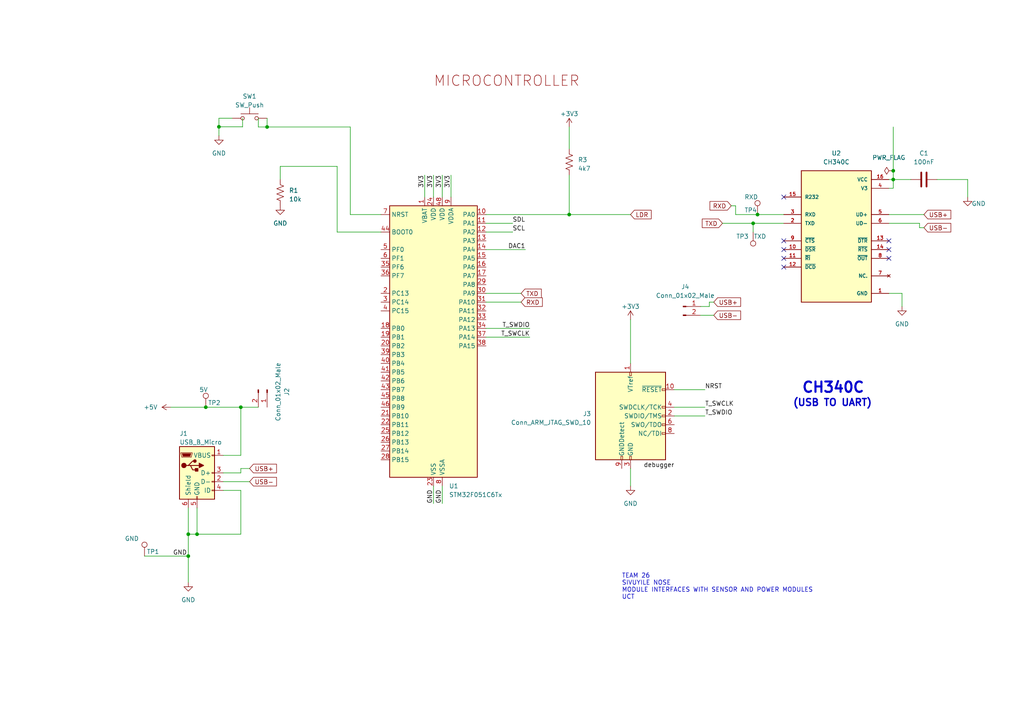
<source format=kicad_sch>
(kicad_sch (version 20230121) (generator eeschema)
  (paper "A4")
  (lib_symbols
    (symbol "CH340C:CH340C" (pin_names (offset 1.016))
      (property "Reference" "U" (at -10.16 20.955 0))
      (property "Value" "CH340C" (at -10.16 -20.32 0))
      (symbol "CH340C_0_0"
        (rectangle (start -10.16 -17.78) (end 10.16 20.32) (stroke (width 0.254)) (fill (type background)))
        (pin power_in line (at 15.24 -15.24 180) (length 5.08) (name "GND") (number "1"))
        (pin input line (at -15.24 -2.54 0) (length 5.08) (name "~{DSR}") (number "10"))
        (pin input line (at -15.24 -5.08 0) (length 5.08) (name "~{RI}") (number "11"))
        (pin input line (at -15.24 -7.62 0) (length 5.08) (name "~{DCD}") (number "12"))
        (pin output line (at 15.24 0 180) (length 5.08) (name "~{DTR}") (number "13"))
        (pin output line (at 15.24 -2.54 180) (length 5.08) (name "~{RTS}") (number "14"))
        (pin input line (at -15.24 12.7 0) (length 5.08) (name "R232") (number "15"))
        (pin power_in line (at 15.24 17.78 180) (length 5.08) (name "VCC") (number "16"))
        (pin output line (at -15.24 5.08 0) (length 5.08) (name "TXD") (number "2"))
        (pin input line (at -15.24 7.62 0) (length 5.08) (name "RXD") (number "3"))
        (pin power_in line (at 15.24 15.24 180) (length 5.08) (name "V3") (number "4"))
        (pin bidirectional line (at 15.24 7.62 180) (length 5.08) (name "UD+") (number "5"))
        (pin bidirectional line (at 15.24 5.08 180) (length 5.08) (name "UD-") (number "6"))
        (pin no_connect line (at 15.24 -10.16 180) (length 5.08) (name "NC.") (number "7"))
        (pin output line (at 15.24 -5.08 180) (length 5.08) (name "~{OUT}") (number "8"))
        (pin input line (at -15.24 0 0) (length 5.08) (name "~{CTS}") (number "9"))
      )
    )
    (symbol "Connector:Conn_01x02_Male" (pin_names (offset 1.016) hide)
      (property "Reference" "J" (at 0 2.54 0))
      (property "Value" "Conn_01x02_Male" (at 0 -5.08 0))
      (symbol "Conn_01x02_Male_1_1"
        (polyline (pts (xy 1.27 -2.54) (xy 0.8636 -2.54)) (stroke (width 0.1524)))
        (polyline (pts (xy 1.27 0) (xy 0.8636 0)) (stroke (width 0.1524)))
        (rectangle (start 0.8636 -2.413) (end 0 -2.667) (stroke (width 0.1524)) (fill (type outline)))
        (rectangle (start 0.8636 0.127) (end 0 -0.127) (stroke (width 0.1524)) (fill (type outline)))
        (pin passive line (at 5.08 0 180) (length 3.81) (name "Pin_1") (number "1"))
        (pin passive line (at 5.08 -2.54 180) (length 3.81) (name "Pin_2") (number "2"))
      )
    )
    (symbol "Connector:Conn_ARM_JTAG_SWD_10" (pin_names (offset 1.016))
      (property "Reference" "J" (at -2.54 16.51 0))
      (property "Value" "Conn_ARM_JTAG_SWD_10" (at -2.54 13.97 0))
      (symbol "Conn_ARM_JTAG_SWD_10_0_1"
        (rectangle (start -10.16 12.7) (end 10.16 -12.7) (stroke (width 0.254)) (fill (type background)))
        (rectangle (start -2.794 -12.7) (end -2.286 -11.684))
        (rectangle (start -0.254 -12.7) (end 0.254 -11.684))
        (rectangle (start -0.254 12.7) (end 0.254 11.684))
        (rectangle (start 9.144 2.286) (end 10.16 2.794))
        (rectangle (start 10.16 -2.794) (end 9.144 -2.286))
        (rectangle (start 10.16 -0.254) (end 9.144 0.254))
        (rectangle (start 10.16 7.874) (end 9.144 7.366))
      )
      (symbol "Conn_ARM_JTAG_SWD_10_1_1"
        (rectangle (start 9.144 -5.334) (end 10.16 -4.826))
        (pin power_in line (at 0 15.24 270) (length 2.54) (name "VTref") (number "1"))
        (pin open_collector line (at 12.7 7.62 180) (length 2.54) (name "~{RESET}") (number "10"))
        (pin bidirectional line (at 12.7 0 180) (length 2.54) (name "SWDIO/TMS") (number "2"))
        (pin power_in line (at 0 -15.24 90) (length 2.54) (name "GND") (number "3"))
        (pin output line (at 12.7 2.54 180) (length 2.54) (name "SWDCLK/TCK") (number "4"))
        (pin passive line (at 0 -15.24 90) (length 2.54) hide (name "GND") (number "5"))
        (pin input line (at 12.7 -2.54 180) (length 2.54) (name "SWO/TDO") (number "6"))
        (pin no_connect line (at -10.16 0 0) (length 2.54) hide (name "KEY") (number "7"))
        (pin output line (at 12.7 -5.08 180) (length 2.54) (name "NC/TDI") (number "8"))
        (pin passive line (at -2.54 -15.24 90) (length 2.54) (name "GNDDetect") (number "9"))
      )
    )
    (symbol "Connector:TestPoint" (pin_numbers hide) (pin_names (offset 0.762) hide)
      (property "Reference" "TP" (at 0 6.858 0))
      (property "Value" "TestPoint" (at 0 5.08 0))
      (symbol "TestPoint_0_1"
        (circle (center 0 3.302) (radius 0.762))
      )
      (symbol "TestPoint_1_1"
        (pin passive line (at 0 0 90) (length 2.54) (name "1") (number "1"))
      )
    )
    (symbol "Connector:USB_B_Micro" (pin_names (offset 1.016))
      (property "Reference" "J" (at -5.08 11.43 0))
      (property "Value" "USB_B_Micro" (at -5.08 8.89 0))
      (symbol "USB_B_Micro_0_1"
        (rectangle (start -5.08 -7.62) (end 5.08 7.62) (stroke (width 0.254)) (fill (type background)))
        (circle (center -3.81 2.159) (radius 0.635) (stroke (width 0.254)) (fill (type outline)))
        (circle (center -0.635 3.429) (radius 0.381) (stroke (width 0.254)) (fill (type outline)))
        (rectangle (start -0.127 -7.62) (end 0.127 -6.858))
        (polyline (pts (xy -1.905 2.159) (xy 0.635 2.159)) (stroke (width 0.254)))
        (polyline (pts (xy -3.175 2.159) (xy -2.54 2.159) (xy -1.27 3.429) (xy -0.635 3.429)) (stroke (width 0.254)))
        (polyline (pts (xy -2.54 2.159) (xy -1.905 2.159) (xy -1.27 0.889) (xy 0 0.889)) (stroke (width 0.254)))
        (polyline (pts (xy 0.635 2.794) (xy 0.635 1.524) (xy 1.905 2.159) (xy 0.635 2.794)) (stroke (width 0.254)) (fill (type outline)))
        (polyline (pts (xy -4.318 5.588) (xy -1.778 5.588) (xy -2.032 4.826) (xy -4.064 4.826) (xy -4.318 5.588)) (fill (type outline)))
        (polyline (pts (xy -4.699 5.842) (xy -4.699 5.588) (xy -4.445 4.826) (xy -4.445 4.572) (xy -1.651 4.572) (xy -1.651 4.826) (xy -1.397 5.588) (xy -1.397 5.842) (xy -4.699 5.842)))
        (rectangle (start 0.254 1.27) (end -0.508 0.508) (stroke (width 0.254)) (fill (type outline)))
        (rectangle (start 5.08 -5.207) (end 4.318 -4.953))
        (rectangle (start 5.08 -2.667) (end 4.318 -2.413))
        (rectangle (start 5.08 -0.127) (end 4.318 0.127))
        (rectangle (start 5.08 4.953) (end 4.318 5.207))
      )
      (symbol "USB_B_Micro_1_1"
        (pin power_out line (at 7.62 5.08 180) (length 2.54) (name "VBUS") (number "1"))
        (pin bidirectional line (at 7.62 -2.54 180) (length 2.54) (name "D-") (number "2"))
        (pin bidirectional line (at 7.62 0 180) (length 2.54) (name "D+") (number "3"))
        (pin passive line (at 7.62 -5.08 180) (length 2.54) (name "ID") (number "4"))
        (pin power_out line (at 0 -10.16 90) (length 2.54) (name "GND") (number "5"))
        (pin passive line (at -2.54 -10.16 90) (length 2.54) (name "Shield") (number "6"))
      )
    )
    (symbol "Device:C" (pin_numbers hide) (pin_names (offset 0.254))
      (property "Reference" "C" (at 0.635 2.54 0))
      (property "Value" "C" (at 0.635 -2.54 0))
      (symbol "C_0_1"
        (polyline (pts (xy -2.032 -0.762) (xy 2.032 -0.762)) (stroke (width 0.508)))
        (polyline (pts (xy -2.032 0.762) (xy 2.032 0.762)) (stroke (width 0.508)))
      )
      (symbol "C_1_1"
        (pin passive line (at 0 3.81 270) (length 2.794) (name "~") (number "1"))
        (pin passive line (at 0 -3.81 90) (length 2.794) (name "~") (number "2"))
      )
    )
    (symbol "Device:R_US" (pin_numbers hide) (pin_names (offset 0))
      (property "Reference" "R" (at 2.54 0 90))
      (property "Value" "R_US" (at -2.54 0 90))
      (symbol "R_US_0_1"
        (polyline (pts (xy 0 -2.286) (xy 0 -2.54)))
        (polyline (pts (xy 0 2.286) (xy 0 2.54)))
        (polyline (pts (xy 0 -0.762) (xy 1.016 -1.143) (xy 0 -1.524) (xy -1.016 -1.905) (xy 0 -2.286)))
        (polyline (pts (xy 0 0.762) (xy 1.016 0.381) (xy 0 0) (xy -1.016 -0.381) (xy 0 -0.762)))
        (polyline (pts (xy 0 2.286) (xy 1.016 1.905) (xy 0 1.524) (xy -1.016 1.143) (xy 0 0.762)))
      )
      (symbol "R_US_1_1"
        (pin passive line (at 0 3.81 270) (length 1.27) (name "~") (number "1"))
        (pin passive line (at 0 -3.81 90) (length 1.27) (name "~") (number "2"))
      )
    )
    (symbol "MCU_ST_STM32F0:STM32F051C6Tx"
      (property "Reference" "U" (at -12.7 41.91 0))
      (property "Value" "STM32F051C6Tx" (at 7.62 41.91 0))
      (symbol "STM32F051C6Tx_0_1"
        (rectangle (start -12.7 -38.1) (end 12.7 40.64) (stroke (width 0.254)) (fill (type background)))
      )
      (symbol "STM32F051C6Tx_1_1"
        (pin power_in line (at -2.54 43.18 270) (length 2.54) (name "VBAT") (number "1"))
        (pin bidirectional line (at 15.24 38.1 180) (length 2.54) (name "PA0") (number "10"))
        (pin bidirectional line (at 15.24 35.56 180) (length 2.54) (name "PA1") (number "11"))
        (pin bidirectional line (at 15.24 33.02 180) (length 2.54) (name "PA2") (number "12"))
        (pin bidirectional line (at 15.24 30.48 180) (length 2.54) (name "PA3") (number "13"))
        (pin bidirectional line (at 15.24 27.94 180) (length 2.54) (name "PA4") (number "14"))
        (pin bidirectional line (at 15.24 25.4 180) (length 2.54) (name "PA5") (number "15"))
        (pin bidirectional line (at 15.24 22.86 180) (length 2.54) (name "PA6") (number "16"))
        (pin bidirectional line (at 15.24 20.32 180) (length 2.54) (name "PA7") (number "17"))
        (pin bidirectional line (at -15.24 5.08 0) (length 2.54) (name "PB0") (number "18"))
        (pin bidirectional line (at -15.24 2.54 0) (length 2.54) (name "PB1") (number "19"))
        (pin bidirectional line (at -15.24 15.24 0) (length 2.54) (name "PC13") (number "2"))
        (pin bidirectional line (at -15.24 0 0) (length 2.54) (name "PB2") (number "20"))
        (pin bidirectional line (at -15.24 -20.32 0) (length 2.54) (name "PB10") (number "21"))
        (pin bidirectional line (at -15.24 -22.86 0) (length 2.54) (name "PB11") (number "22"))
        (pin power_in line (at 0 -40.64 90) (length 2.54) (name "VSS") (number "23"))
        (pin power_in line (at 0 43.18 270) (length 2.54) (name "VDD") (number "24"))
        (pin bidirectional line (at -15.24 -25.4 0) (length 2.54) (name "PB12") (number "25"))
        (pin bidirectional line (at -15.24 -27.94 0) (length 2.54) (name "PB13") (number "26"))
        (pin bidirectional line (at -15.24 -30.48 0) (length 2.54) (name "PB14") (number "27"))
        (pin bidirectional line (at -15.24 -33.02 0) (length 2.54) (name "PB15") (number "28"))
        (pin bidirectional line (at 15.24 17.78 180) (length 2.54) (name "PA8") (number "29"))
        (pin bidirectional line (at -15.24 12.7 0) (length 2.54) (name "PC14") (number "3"))
        (pin bidirectional line (at 15.24 15.24 180) (length 2.54) (name "PA9") (number "30"))
        (pin bidirectional line (at 15.24 12.7 180) (length 2.54) (name "PA10") (number "31"))
        (pin bidirectional line (at 15.24 10.16 180) (length 2.54) (name "PA11") (number "32"))
        (pin bidirectional line (at 15.24 7.62 180) (length 2.54) (name "PA12") (number "33"))
        (pin bidirectional line (at 15.24 5.08 180) (length 2.54) (name "PA13") (number "34"))
        (pin bidirectional line (at -15.24 22.86 0) (length 2.54) (name "PF6") (number "35"))
        (pin bidirectional line (at -15.24 20.32 0) (length 2.54) (name "PF7") (number "36"))
        (pin bidirectional line (at 15.24 2.54 180) (length 2.54) (name "PA14") (number "37"))
        (pin bidirectional line (at 15.24 0 180) (length 2.54) (name "PA15") (number "38"))
        (pin bidirectional line (at -15.24 -2.54 0) (length 2.54) (name "PB3") (number "39"))
        (pin bidirectional line (at -15.24 10.16 0) (length 2.54) (name "PC15") (number "4"))
        (pin bidirectional line (at -15.24 -5.08 0) (length 2.54) (name "PB4") (number "40"))
        (pin bidirectional line (at -15.24 -7.62 0) (length 2.54) (name "PB5") (number "41"))
        (pin bidirectional line (at -15.24 -10.16 0) (length 2.54) (name "PB6") (number "42"))
        (pin bidirectional line (at -15.24 -12.7 0) (length 2.54) (name "PB7") (number "43"))
        (pin input line (at -15.24 33.02 0) (length 2.54) (name "BOOT0") (number "44"))
        (pin bidirectional line (at -15.24 -15.24 0) (length 2.54) (name "PB8") (number "45"))
        (pin bidirectional line (at -15.24 -17.78 0) (length 2.54) (name "PB9") (number "46"))
        (pin passive line (at 0 -40.64 90) (length 2.54) hide (name "VSS") (number "47"))
        (pin power_in line (at 2.54 43.18 270) (length 2.54) (name "VDD") (number "48"))
        (pin bidirectional line (at -15.24 27.94 0) (length 2.54) (name "PF0") (number "5"))
        (pin bidirectional line (at -15.24 25.4 0) (length 2.54) (name "PF1") (number "6"))
        (pin input line (at -15.24 38.1 0) (length 2.54) (name "NRST") (number "7"))
        (pin power_in line (at 2.54 -40.64 90) (length 2.54) (name "VSSA") (number "8"))
        (pin power_in line (at 5.08 43.18 270) (length 2.54) (name "VDDA") (number "9"))
      )
    )
    (symbol "Switch:SW_Push" (pin_numbers hide) (pin_names (offset 1.016) hide)
      (property "Reference" "SW" (at 1.27 2.54 0))
      (property "Value" "SW_Push" (at 0 -1.524 0))
      (symbol "SW_Push_0_1"
        (circle (center -2.032 0) (radius 0.508))
        (polyline (pts (xy 0 1.27) (xy 0 3.048)))
        (polyline (pts (xy 2.54 1.27) (xy -2.54 1.27)))
        (circle (center 2.032 0) (radius 0.508))
        (pin passive line (at -5.08 0 0) (length 2.54) (name "1") (number "1"))
        (pin passive line (at 5.08 0 180) (length 2.54) (name "2") (number "2"))
      )
    )
    (symbol "power:+3V3" (power) (pin_names (offset 0))
      (property "Value" "+3V3" (at 0 3.556 0))
      (symbol "+3V3_0_1"
        (polyline (pts (xy -0.762 1.27) (xy 0 2.54)))
        (polyline (pts (xy 0 0) (xy 0 2.54)))
        (polyline (pts (xy 0 2.54) (xy 0.762 1.27)))
      )
      (symbol "+3V3_1_1"
        (pin power_in line (at 0 0 90) (length 0) hide (name "+3V3") (number "1"))
      )
    )
    (symbol "power:+5V" (power) (pin_names (offset 0))
      (property "Value" "+5V" (at 0 3.556 0))
      (symbol "+5V_0_1"
        (polyline (pts (xy -0.762 1.27) (xy 0 2.54)))
        (polyline (pts (xy 0 0) (xy 0 2.54)))
        (polyline (pts (xy 0 2.54) (xy 0.762 1.27)))
      )
      (symbol "+5V_1_1"
        (pin power_in line (at 0 0 90) (length 0) hide (name "+5V") (number "1"))
      )
    )
    (symbol "power:GND" (power) (pin_names (offset 0))
      (property "Value" "GND" (at 0 -3.81 0))
      (symbol "GND_0_1"
        (polyline (pts (xy 0 0) (xy 0 -1.27) (xy 1.27 -1.27) (xy 0 -2.54) (xy -1.27 -1.27) (xy 0 -1.27)))
      )
      (symbol "GND_1_1"
        (pin power_in line (at 0 0 270) (length 0) hide (name "GND") (number "1"))
      )
    )
    (symbol "power:PWR_FLAG" (power) (pin_numbers hide) (pin_names (offset 0) hide)
      (property "Value" "PWR_FLAG" (at 0 3.81 0))
      (symbol "PWR_FLAG_0_0"
        (pin power_out line (at 0 0 90) (length 0) (name "pwr") (number "1"))
      )
      (symbol "PWR_FLAG_0_1"
        (polyline (pts (xy 0 0) (xy 0 1.27) (xy -1.016 1.905) (xy 0 2.54) (xy 1.016 1.905) (xy 0 1.27)))
      )
    )
  )
  (junction (at 219.71 62.23))
  (junction (at 259.08 52.07))
  (junction (at 218.44 64.77))
  (junction (at 57.15 154.94))
  (junction (at 54.61 161.29))
  (junction (at 59.69 118.11))
  (junction (at 165.1 62.23))
  (junction (at 63.5 36.7792))
  (junction (at 69.85 118.11))
  (junction (at 259.08 49.53))
  (junction (at 54.61 154.94))
  (junction (at 77.47 36.83))
  (no_connect (at 227.33 77.47))
  (no_connect (at 227.33 57.15))
  (no_connect (at 257.81 74.93))
  (no_connect (at 227.33 69.85))
  (no_connect (at 257.81 72.39))
  (no_connect (at 227.33 74.93))
  (no_connect (at 227.33 72.39))
  (no_connect (at 257.81 69.85))
  (wire (pts (xy 140.97 97.79) (xy 153.67 97.79)))
  (wire (pts (xy 213.36 62.23) (xy 213.36 59.69)))
  (wire (pts (xy 205.74 87.63) (xy 205.74 88.9)))
  (wire (pts (xy 70.358 34.2392) (xy 70.358 36.6776)))
  (wire (pts (xy 148.6408 64.7192) (xy 148.6408 64.77)))
  (wire (pts (xy 259.08 52.07) (xy 264.16 52.07)))
  (wire (pts (xy 101.6 62.23) (xy 101.6 36.83)))
  (wire (pts (xy 69.85 142.24) (xy 69.85 154.94)))
  (wire (pts (xy 257.81 85.09) (xy 261.62 85.09)))
  (wire (pts (xy 59.69 118.11) (xy 69.85 118.11)))
  (wire (pts (xy 130.81 50.8) (xy 130.81 57.15)))
  (wire (pts (xy 148.6408 67.2592) (xy 148.6408 67.31)))
  (wire (pts (xy 128.27 140.97) (xy 128.27 146.05)))
  (wire (pts (xy 140.97 95.25) (xy 153.67 95.25)))
  (wire (pts (xy 195.58 120.65) (xy 204.47 120.65)))
  (wire (pts (xy 49.53 118.11) (xy 59.69 118.11)))
  (wire (pts (xy 219.71 62.23) (xy 213.36 62.23)))
  (wire (pts (xy 110.49 62.23) (xy 101.6 62.23)))
  (wire (pts (xy 140.97 64.77) (xy 148.6408 64.77)))
  (wire (pts (xy 64.77 137.16) (xy 69.85 137.16)))
  (wire (pts (xy 69.85 154.94) (xy 57.15 154.94)))
  (wire (pts (xy 280.67 52.07) (xy 280.67 57.15)))
  (wire (pts (xy 74.93 34.29) (xy 74.93 36.83)))
  (wire (pts (xy 64.77 132.08) (xy 69.85 132.08)))
  (wire (pts (xy 54.61 154.94) (xy 54.61 161.29)))
  (wire (pts (xy 70.358 36.7792) (xy 63.5 36.7792)))
  (wire (pts (xy 182.88 92.71) (xy 182.88 105.41)))
  (wire (pts (xy 195.58 118.11) (xy 204.47 118.11)))
  (wire (pts (xy 41.91 161.29) (xy 54.61 161.29)))
  (wire (pts (xy 182.88 135.89) (xy 182.88 140.97)))
  (wire (pts (xy 140.97 72.39) (xy 152.4 72.39)))
  (wire (pts (xy 261.62 85.09) (xy 261.62 88.9)))
  (wire (pts (xy 207.01 91.44) (xy 203.2 91.44)))
  (wire (pts (xy 70.358 36.7792) (xy 70.358 36.83)))
  (wire (pts (xy 77.47 36.83) (xy 101.6 36.83)))
  (wire (pts (xy 63.5 34.29) (xy 63.5 36.7792)))
  (wire (pts (xy 266.7 66.04) (xy 267.97 66.04)))
  (wire (pts (xy 54.61 161.29) (xy 54.61 168.91)))
  (wire (pts (xy 140.97 87.63) (xy 151.13 87.63)))
  (wire (pts (xy 165.1 62.23) (xy 182.88 62.23)))
  (wire (pts (xy 125.73 140.97) (xy 125.73 146.05)))
  (wire (pts (xy 205.74 88.9) (xy 203.2 88.9)))
  (wire (pts (xy 165.1 50.8) (xy 165.1 62.23)))
  (wire (pts (xy 209.55 64.77) (xy 218.44 64.77)))
  (wire (pts (xy 125.73 50.8) (xy 125.73 57.15)))
  (wire (pts (xy 67.31 34.29) (xy 63.5 34.29)))
  (wire (pts (xy 259.08 36.83) (xy 259.08 49.53)))
  (wire (pts (xy 97.79 48.26) (xy 81.28 48.26)))
  (wire (pts (xy 140.97 67.31) (xy 148.6408 67.31)))
  (wire (pts (xy 63.5 36.7792) (xy 63.5 39.37)))
  (wire (pts (xy 207.01 87.63) (xy 205.74 87.63)))
  (wire (pts (xy 259.08 52.07) (xy 259.08 54.61)))
  (wire (pts (xy 257.81 64.77) (xy 266.7 64.77)))
  (wire (pts (xy 64.77 139.7) (xy 72.39 139.7)))
  (wire (pts (xy 227.33 62.23) (xy 219.71 62.23)))
  (wire (pts (xy 69.85 137.16) (xy 69.85 135.89)))
  (wire (pts (xy 57.15 154.94) (xy 54.61 154.94)))
  (wire (pts (xy 74.93 36.83) (xy 77.47 36.83)))
  (wire (pts (xy 69.85 135.89) (xy 72.39 135.89)))
  (wire (pts (xy 218.44 64.77) (xy 218.44 67.31)))
  (wire (pts (xy 81.28 48.26) (xy 81.28 52.07)))
  (wire (pts (xy 259.08 52.07) (xy 259.08 49.53)))
  (wire (pts (xy 69.85 118.11) (xy 69.85 132.08)))
  (wire (pts (xy 140.97 62.23) (xy 165.1 62.23)))
  (wire (pts (xy 227.33 64.77) (xy 218.44 64.77)))
  (wire (pts (xy 57.15 147.32) (xy 57.15 154.94)))
  (wire (pts (xy 140.97 85.09) (xy 151.13 85.09)))
  (wire (pts (xy 123.19 50.8) (xy 123.19 57.15)))
  (wire (pts (xy 195.58 113.03) (xy 204.47 113.03)))
  (wire (pts (xy 77.47 34.29) (xy 77.47 36.83)))
  (wire (pts (xy 97.79 67.31) (xy 97.79 48.26)))
  (wire (pts (xy 212.09 59.69) (xy 213.36 59.69)))
  (wire (pts (xy 69.85 142.24) (xy 64.77 142.24)))
  (wire (pts (xy 54.61 147.32) (xy 54.61 154.94)))
  (wire (pts (xy 165.1 36.83) (xy 165.1 43.18)))
  (wire (pts (xy 271.78 52.07) (xy 280.67 52.07)))
  (wire (pts (xy 257.81 54.61) (xy 259.08 54.61)))
  (wire (pts (xy 257.81 52.07) (xy 259.08 52.07)))
  (wire (pts (xy 110.49 67.31) (xy 97.79 67.31)))
  (wire (pts (xy 69.85 118.11) (xy 74.93 118.11)))
  (wire (pts (xy 128.27 50.8) (xy 128.27 57.15)))
  (wire (pts (xy 257.81 62.23) (xy 267.97 62.23)))
  (wire (pts (xy 266.7 64.77) (xy 266.7 66.04)))
  (text "TEAM 26\nSIVUYILE NOSE\nMODULE INTERFACES WITH SENSOR AND POWER MODULES\nUCT\n" (at 180.34 173.99 0) (effects (font (size 1.27 1.27)) (justify left bottom)))
  (text "(USB TO UART)" (at 229.87 118.11 0) (effects (font (size 2 2) (thickness 0.4) bold) (justify left bottom)))
  (text "CH340C" (at 232.41 114.3 0) (effects (font (size 3 3) (thickness 0.6) bold) (justify left bottom)))
  (text "MICROCONTROLLER\n" (at 125.73 25.4 0) (effects (font (size 3 3)) (justify left bottom)))
  (label "GND" (at 128.27 146.05 90))
  (label "debugger" (at 186.69 135.89 0))
  (label "3V3" (at 123.19 50.8 270))
  (label "SCL" (at 148.6408 67.2592 0))
  (label "SDL" (at 148.6408 64.7192 0))
  (label "3V3" (at 125.73 50.8 270))
  (label "DAC1" (at 152.4 72.39 180))
  (label "3V3" (at 130.81 50.8 270))
  (label "T_SWDIO" (at 204.47 120.65 0))
  (label "T_SWCLK" (at 204.47 118.11 0))
  (label "GND" (at 50.165 161.29 0))
  (label "3V3" (at 128.27 50.8 270))
  (label "NRST" (at 204.47 113.03 0))
  (label "GND" (at 125.73 146.05 90))
  (label "T_SWCLK" (at 153.67 97.79 180))
  (label "T_SWDIO" (at 153.67 95.25 180))
  (global_label "USB-" (shape input) (at 267.97 66.04 0) (property "Intersheetrefs" "${INTERSHEET_REFS}" (effects hide)))
  (global_label "USB-" (shape input) (at 207.01 91.44 0) (property "Intersheetrefs" "${INTERSHEET_REFS}" (effects hide)))
  (global_label "USB+" (shape input) (at 267.97 62.23 0) (property "Intersheetrefs" "${INTERSHEET_REFS}" (effects hide)))
  (global_label "USB+" (shape input) (at 207.01 87.63 0) (property "Intersheetrefs" "${INTERSHEET_REFS}" (effects hide)))
  (global_label "RXD" (shape input) (at 151.13 87.63 0) (property "Intersheetrefs" "${INTERSHEET_REFS}" (effects hide)))
  (global_label "USB+" (shape input) (at 72.39 135.89 0) (property "Intersheetrefs" "${INTERSHEET_REFS}" (effects hide)))
  (global_label "TXD" (shape input) (at 151.13 85.09 0) (property "Intersheetrefs" "${INTERSHEET_REFS}" (effects hide)))
  (global_label "RXD" (shape input) (at 212.09 59.69 180) (property "Intersheetrefs" "${INTERSHEET_REFS}" (effects hide)))
  (global_label "TXD" (shape input) (at 209.55 64.77 180) (property "Intersheetrefs" "${INTERSHEET_REFS}" (effects hide)))
  (global_label "LDR" (shape input) (at 182.88 62.23 0) (property "Intersheetrefs" "${INTERSHEET_REFS}" (effects hide)))
  (global_label "USB-" (shape input) (at 72.39 139.7 0) (property "Intersheetrefs" "${INTERSHEET_REFS}" (effects hide)))
  (symbol (lib_id "Device:R_US") (at 165.1 46.99 0) (unit 1)
    (property "Reference" "R3" (at 167.64 46.355 0) (effects (justify left)))
    (property "Value" "4k7" (at 167.64 48.895 0) (effects (justify left)))
  )
  (symbol (lib_id "power:GND") (at 63.5 39.37 0) (unit 1)
    (property "Reference" "#PWR03" (effects hide))
    (property "Value" "GND" (at 63.5 44.45 0))
  )
  (symbol (lib_id "Connector:TestPoint") (at 41.91 161.29 0) (unit 1)
    (property "Reference" "TP1" (at 42.545 160.02 0) (effects (justify left)))
    (property "Value" "GND" (at 36.195 156.21 0) (effects (justify left)))
    (property "Footprint" "TestPoint:TestPoint_Pad_1.0x1.0mm" (effects hide))
  )
  (symbol (lib_id "Device:C") (at 267.97 52.07 90) (unit 1)
    (property "Reference" "C1" (at 267.97 44.45 90))
    (property "Value" "100nF" (at 267.97 46.99 90))
    (property "Footprint" "100NF_C:CAPC1005X55N" (effects hide))
  )
  (symbol (lib_id "Device:R_US") (at 81.28 55.88 180) (unit 1)
    (property "Reference" "R1" (at 83.82 55.245 0) (effects (justify right)))
    (property "Value" "10k" (at 83.82 57.785 0) (effects (justify right)))
  )
  (symbol (lib_id "power:GND") (at 280.67 57.15 0) (unit 1)
    (property "Reference" "#PWR010" (effects hide))
    (property "Value" "GND" (at 283.845 59.055 0))
  )
  (symbol (lib_id "power:+3V3") (at 165.1 36.83 0) (unit 1)
    (property "Reference" "#PWR06" (effects hide))
    (property "Value" "+3V3" (at 165.1 33.02 0))
  )
  (symbol (lib_id "Connector:TestPoint") (at 218.44 67.31 180) (unit 1)
    (property "Reference" "TP3" (at 217.17 68.58 0) (effects (justify left)))
    (property "Value" "TXD" (at 222.25 68.58 0) (effects (justify left)))
    (property "Footprint" "TestPoint:TestPoint_Pad_1.0x1.0mm" (effects hide))
  )
  (symbol (lib_id "power:GND") (at 54.61 168.91 0) (unit 1)
    (property "Reference" "#PWR02" (effects hide))
    (property "Value" "GND" (at 54.61 173.99 0))
  )
  (symbol (lib_id "power:+3V3") (at 182.88 92.71 0) (unit 1)
    (property "Reference" "#PWR07" (effects hide))
    (property "Value" "+3V3" (at 182.88 88.9 0))
  )
  (symbol (lib_id "Connector:Conn_01x02_Male") (at 198.12 88.9 0) (unit 1)
    (property "Reference" "J4" (at 198.755 83.185 0))
    (property "Value" "Conn_01x02_Male" (at 198.755 85.725 0))
    (property "Footprint" "Connector_PinHeader_2.54mm:PinHeader_1x02_P2.54mm_Vertical" (effects hide))
  )
  (symbol (lib_id "power:GND") (at 182.88 140.97 0) (unit 1)
    (property "Reference" "#PWR08" (effects hide))
    (property "Value" "GND" (at 182.88 146.05 0))
  )
  (symbol (lib_id "Connector:Conn_01x02_Male") (at 77.47 113.03 270) (unit 1)
    (property "Reference" "J2" (at 83.185 113.665 0))
    (property "Value" "Conn_01x02_Male" (at 80.645 113.665 0))
    (property "Footprint" "Connector_PinHeader_2.54mm:PinHeader_1x02_P2.54mm_Vertical" (effects hide))
  )
  (symbol (lib_id "power:GND") (at 81.28 59.69 0) (unit 1)
    (property "Reference" "#PWR04" (effects hide))
    (property "Value" "GND" (at 81.28 64.77 0))
  )
  (symbol (lib_id "power:GND") (at 261.62 88.9 0) (unit 1)
    (property "Reference" "#PWR09" (effects hide))
    (property "Value" "GND" (at 261.62 93.98 0))
  )
  (symbol (lib_id "Connector:USB_B_Micro") (at 57.15 137.16 0) (unit 1)
    (property "Reference" "J1" (at 52.07 125.73 0) (effects (justify left)))
    (property "Value" "USB_B_Micro" (at 52.07 128.27 0) (effects (justify left)))
    (property "Footprint" "Connector_USB:USB_Micro-B_GCT_USB3076-30-A" (effects hide))
  )
  (symbol (lib_id "CH340C:CH340C") (at 242.57 69.85 0) (unit 1)
    (property "Reference" "U2" (at 242.57 44.45 0))
    (property "Value" "CH340C" (at 242.57 46.99 0))
    (property "Footprint" "CH340:SOIC127P600X180-16N" (effects hide))
    (property "MANUFACTURER" "WCH" (effects hide))
    (property "PARTREV" "2G" (effects hide))
    (property "MAXIMUM_PACKAGE_HEIGHT" "1.8 mm" (effects hide))
    (property "STANDARD" "IPC 7351B" (effects hide))
  )
  (symbol (lib_id "MCU_ST_STM32F0:STM32F051C6Tx") (at 125.73 100.33 0) (unit 1)
    (property "Reference" "U1" (at 130.2259 140.97 0) (effects (justify left)))
    (property "Value" "STM32F051C6Tx" (at 130.2259 143.51 0) (effects (justify left)))
    (property "Footprint" "Package_QFP:LQFP-48_7x7mm_P0.5mm" (effects hide))
    (property "Datasheet" "https://www.st.com/resource/en/datasheet/stm32f051c6.pdf" (effects hide))
  )
  (symbol (lib_id "power:+5V") (at 49.53 118.11 90) (unit 1)
    (property "Reference" "#PWR01" (effects hide))
    (property "Value" "+5V" (at 45.72 118.1099 90) (effects (justify left)))
  )
  (symbol (lib_id "Connector:TestPoint") (at 59.69 118.11 0) (unit 1)
    (property "Reference" "TP2" (at 60.325 116.84 0) (effects (justify left)))
    (property "Value" "5V" (at 57.785 113.03 0) (effects (justify left)))
    (property "Footprint" "TestPoint:TestPoint_Pad_1.0x1.0mm" (effects hide))
  )
  (symbol (lib_id "Connector:Conn_ARM_JTAG_SWD_10") (at 182.88 120.65 0) (unit 1)
    (property "Reference" "J3" (at 171.45 120.015 0) (effects (justify right)))
    (property "Value" "Conn_ARM_JTAG_SWD_10" (at 171.45 122.555 0) (effects (justify right)))
    (property "Datasheet" "http://infocenter.arm.com/help/topic/com.arm.doc.ddi0314h/DDI0314H_coresight_components_trm.pdf" (effects hide))
  )
  (symbol (lib_id "Switch:SW_Push") (at 72.39 34.29 0) (unit 1)
    (property "Reference" "SW1" (at 72.39 27.94 0))
    (property "Value" "SW_Push" (at 72.39 30.48 0))
  )
  (symbol (lib_id "power:PWR_FLAG") (at 259.08 49.53 90) (unit 1)
    (property "Reference" "#FLG01" (effects hide))
    (property "Value" "PWR_FLAG" (at 257.81 45.72 90))
  )
  (symbol (lib_id "Connector:TestPoint") (at 219.71 62.23 0) (unit 1)
    (property "Reference" "TP4" (at 215.9 60.96 0) (effects (justify left)))
    (property "Value" "RXD" (at 215.9 57.15 0) (effects (justify left)))
    (property "Footprint" "TestPoint:TestPoint_Pad_1.0x1.0mm" (effects hide))
  )
)
</source>
